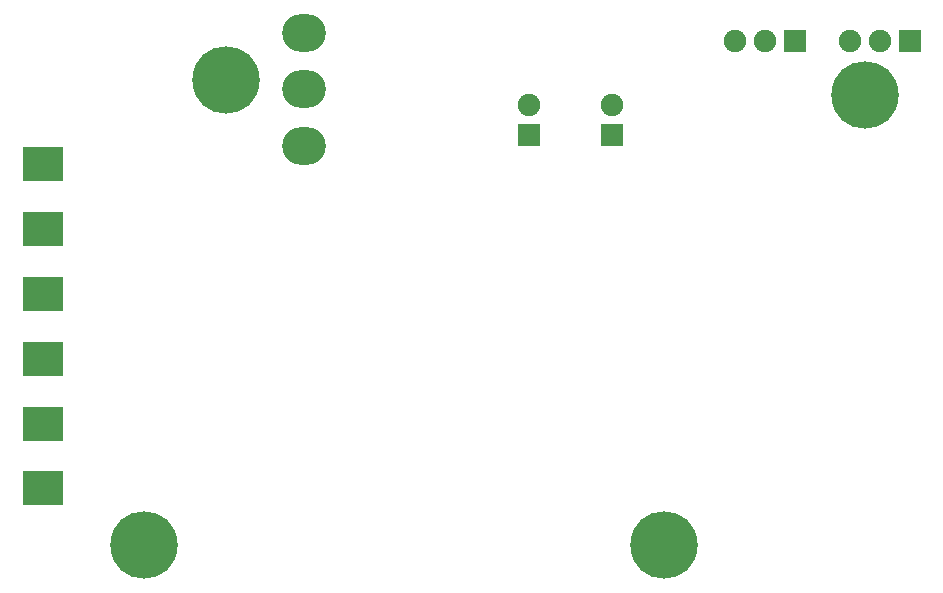
<source format=gbs>
G04*
G04 #@! TF.GenerationSoftware,Altium Limited,Altium Designer,23.3.1 (30)*
G04*
G04 Layer_Color=16711935*
%FSLAX25Y25*%
%MOIN*%
G70*
G04*
G04 #@! TF.SameCoordinates,E5E33378-C9C0-40F0-BAD3-03F64417F324*
G04*
G04*
G04 #@! TF.FilePolarity,Negative*
G04*
G01*
G75*
%ADD87C,0.07493*%
%ADD88R,0.07493X0.07493*%
%ADD89R,0.07493X0.07493*%
%ADD90O,0.14580X0.12611*%
%ADD91C,0.22453*%
%ADD180R,0.13780X0.11811*%
D87*
X294331Y184500D02*
D03*
X304331D02*
D03*
X214961Y163189D02*
D03*
X187402D02*
D03*
X256000Y184500D02*
D03*
X266000D02*
D03*
D88*
X314331D02*
D03*
X276000D02*
D03*
D89*
X214961Y153346D02*
D03*
X187402D02*
D03*
D90*
X112205Y149606D02*
D03*
Y168504D02*
D03*
Y187402D02*
D03*
D91*
X299213Y166535D02*
D03*
X86221Y171653D02*
D03*
X59055Y16535D02*
D03*
X232283D02*
D03*
D180*
X25394Y57087D02*
D03*
Y143701D02*
D03*
Y122047D02*
D03*
Y100394D02*
D03*
Y78740D02*
D03*
Y35433D02*
D03*
M02*

</source>
